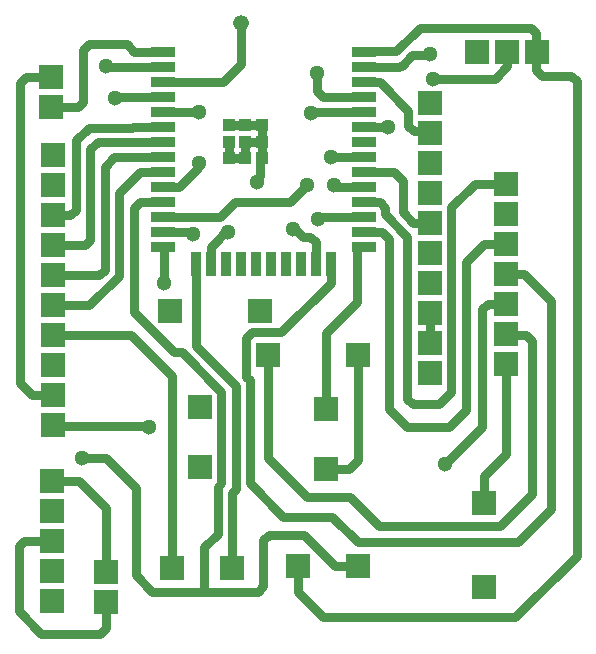
<source format=gtl>
G04*
G04 #@! TF.GenerationSoftware,Altium Limited,Altium Designer,23.1.1 (15)*
G04*
G04 Layer_Physical_Order=1*
G04 Layer_Color=255*
%FSLAX44Y44*%
%MOMM*%
G71*
G04*
G04 #@! TF.SameCoordinates,A58621D0-7F8E-4CF1-AD1D-3CF83AC58B01*
G04*
G04*
G04 #@! TF.FilePolarity,Positive*
G04*
G01*
G75*
%ADD16R,1.0500X1.0500*%
%ADD17R,0.8890X2.0066*%
%ADD18R,2.0066X0.8890*%
%ADD19R,2.0000X2.0000*%
%ADD20R,2.0320X2.0000*%
%ADD24C,0.8000*%
%ADD25C,1.5300*%
%ADD26C,1.3000*%
%ADD27C,1.3300*%
D16*
X736600Y1477010D02*
D03*
X750570D02*
D03*
X764540D02*
D03*
X736600Y1504950D02*
D03*
X750570D02*
D03*
X764540D02*
D03*
X736600Y1490980D02*
D03*
X750570D02*
D03*
X764540D02*
D03*
D17*
X822960Y1387555D02*
D03*
X810260D02*
D03*
X797560D02*
D03*
X784860D02*
D03*
X772160D02*
D03*
X759460D02*
D03*
X746760D02*
D03*
X734060D02*
D03*
X721360D02*
D03*
X708660D02*
D03*
D18*
X680810Y1567067D02*
D03*
Y1554367D02*
D03*
Y1541667D02*
D03*
Y1528967D02*
D03*
Y1516267D02*
D03*
Y1503567D02*
D03*
Y1490867D02*
D03*
Y1478167D02*
D03*
Y1465467D02*
D03*
Y1452767D02*
D03*
Y1440067D02*
D03*
Y1427367D02*
D03*
Y1414667D02*
D03*
Y1401967D02*
D03*
X850810Y1541667D02*
D03*
Y1528967D02*
D03*
Y1516267D02*
D03*
Y1503567D02*
D03*
Y1490867D02*
D03*
Y1478167D02*
D03*
Y1465467D02*
D03*
Y1452767D02*
D03*
Y1440067D02*
D03*
Y1427367D02*
D03*
Y1414667D02*
D03*
Y1401967D02*
D03*
Y1567067D02*
D03*
Y1554367D02*
D03*
X680810Y1567067D02*
D03*
Y1554367D02*
D03*
Y1541667D02*
D03*
Y1528967D02*
D03*
Y1516267D02*
D03*
Y1503567D02*
D03*
Y1490867D02*
D03*
Y1478167D02*
D03*
Y1465467D02*
D03*
Y1452767D02*
D03*
Y1440067D02*
D03*
Y1427367D02*
D03*
Y1414667D02*
D03*
Y1401967D02*
D03*
X850810Y1541667D02*
D03*
Y1528967D02*
D03*
Y1516267D02*
D03*
Y1503567D02*
D03*
Y1490867D02*
D03*
Y1478167D02*
D03*
Y1465467D02*
D03*
Y1452767D02*
D03*
Y1440067D02*
D03*
Y1427367D02*
D03*
Y1414667D02*
D03*
Y1401967D02*
D03*
Y1567067D02*
D03*
Y1554367D02*
D03*
X680810Y1567067D02*
D03*
Y1554367D02*
D03*
Y1541667D02*
D03*
Y1528967D02*
D03*
Y1516267D02*
D03*
Y1503567D02*
D03*
Y1490867D02*
D03*
Y1478167D02*
D03*
Y1465467D02*
D03*
Y1452767D02*
D03*
Y1440067D02*
D03*
Y1427367D02*
D03*
Y1414667D02*
D03*
Y1401967D02*
D03*
X850810Y1541667D02*
D03*
Y1528967D02*
D03*
Y1516267D02*
D03*
Y1503567D02*
D03*
Y1490867D02*
D03*
Y1478167D02*
D03*
Y1465467D02*
D03*
Y1452767D02*
D03*
Y1440067D02*
D03*
Y1427367D02*
D03*
Y1414667D02*
D03*
Y1401967D02*
D03*
Y1567067D02*
D03*
Y1554367D02*
D03*
D19*
X971390Y1429860D02*
D03*
Y1404460D02*
D03*
Y1379060D02*
D03*
Y1353660D02*
D03*
Y1328260D02*
D03*
X971224Y1302643D02*
D03*
X971390Y1455260D02*
D03*
X952660Y1113630D02*
D03*
Y1184750D02*
D03*
X818990Y1213960D02*
D03*
Y1264760D02*
D03*
X712310Y1266030D02*
D03*
Y1215230D02*
D03*
X845980Y1131410D02*
D03*
X795180D02*
D03*
X688500Y1130140D02*
D03*
X739300D02*
D03*
X632620Y1100930D02*
D03*
Y1126330D02*
D03*
X586900Y1204120D02*
D03*
Y1178720D02*
D03*
Y1153320D02*
D03*
X587053Y1127758D02*
D03*
X586900Y1102520D02*
D03*
X845660Y1310800D02*
D03*
X769460D02*
D03*
X686910Y1347630D02*
D03*
X763110D02*
D03*
X997110Y1567340D02*
D03*
X971710D02*
D03*
X946310D02*
D03*
X585630Y1520030D02*
D03*
Y1545430D02*
D03*
D20*
X588009Y1301910D02*
D03*
Y1327310D02*
D03*
Y1352710D02*
D03*
Y1378110D02*
D03*
Y1403510D02*
D03*
Y1428910D02*
D03*
Y1454310D02*
D03*
Y1479710D02*
D03*
Y1251110D02*
D03*
Y1276510D02*
D03*
X906780Y1498439D02*
D03*
Y1523839D02*
D03*
Y1295240D02*
D03*
Y1320639D02*
D03*
Y1346039D02*
D03*
Y1371440D02*
D03*
Y1396839D02*
D03*
Y1422240D02*
D03*
Y1447639D02*
D03*
Y1473039D02*
D03*
D24*
X850810Y1503567D02*
X871220D01*
X888620Y1504683D02*
X893306Y1499997D01*
X888620Y1504683D02*
Y1516949D01*
X905383Y1499997D02*
X906780Y1498600D01*
X893306Y1499997D02*
X905383D01*
X864157Y1541412D02*
X888620Y1516949D01*
X791210Y1417320D02*
X792563D01*
X799307Y1410576D02*
X805574D01*
X792563Y1417320D02*
X799307Y1410576D01*
X812059Y1425469D02*
X813412D01*
X815310Y1427367D01*
X850810D01*
X826772Y1454150D02*
X828155Y1452767D01*
X850810D01*
X825500Y1454150D02*
X826772D01*
X909400Y1544339D02*
X961877D01*
X971550Y1567180D02*
X972240Y1566490D01*
Y1554701D02*
Y1566490D01*
X961877Y1544339D02*
X972240Y1554701D01*
X850810Y1567067D02*
X851255Y1567512D01*
X880407Y1554367D02*
X881045Y1555005D01*
X898415Y1587500D02*
X992264D01*
X878428Y1567512D02*
X898415Y1587500D01*
X881045Y1555005D02*
X882891D01*
X851255Y1567512D02*
X878428D01*
X892007Y1564121D02*
X905797D01*
X882891Y1555005D02*
X892007Y1564121D01*
X905797D02*
X906696Y1565020D01*
X805574Y1410576D02*
X810260Y1405890D01*
X704767Y1413122D02*
X706120D01*
X703222Y1414667D02*
X704767Y1413122D01*
X680810Y1414667D02*
X703222D01*
X681065Y1427622D02*
X728936D01*
X741384Y1440069D01*
X680810Y1427367D02*
X681065Y1427622D01*
X788559Y1440069D02*
X802640Y1454150D01*
X710243Y1469109D02*
Y1472243D01*
X759988Y1457220D02*
Y1458573D01*
X710243Y1472243D02*
X711200Y1473200D01*
X741384Y1440069D02*
X788559D01*
X681065Y1453022D02*
X694157D01*
X763290Y1475760D02*
X764540Y1477010D01*
X680810Y1452767D02*
X681065Y1453022D01*
X763290Y1461875D02*
Y1475760D01*
X759988Y1458573D02*
X763290Y1461875D01*
X694157Y1453022D02*
X710243Y1469109D01*
X613410Y1524876D02*
Y1568844D01*
X618096Y1573530D01*
X650077D01*
X656540Y1567067D01*
X632460Y1555430D02*
X633268Y1554622D01*
X680555D01*
X680810Y1554367D01*
X656540Y1567067D02*
X680810D01*
X585470Y1520190D02*
X608724D01*
X613410Y1524876D01*
X924940Y1308553D02*
Y1435480D01*
Y1278876D02*
Y1308553D01*
X845312Y1355344D02*
Y1401967D01*
X887730Y1273416D02*
Y1410509D01*
Y1273416D02*
X892416Y1268730D01*
X914794D02*
X924940Y1278876D01*
X892416Y1268730D02*
X914794D01*
X872490Y1264920D02*
X887730Y1249680D01*
X923290D02*
X937260Y1263650D01*
Y1389380D02*
X952500Y1404620D01*
X937260Y1263650D02*
Y1389380D01*
X924940Y1435480D02*
X944880Y1455420D01*
X955916Y1353820D02*
X971550D01*
X951230Y1349134D02*
X955916Y1353820D01*
X951230Y1249680D02*
Y1349134D01*
X919480Y1217930D02*
X951230Y1249680D01*
X839470Y1189990D02*
X863600Y1165860D01*
X769620Y1223010D02*
X802640Y1189990D01*
X839470D01*
X824230Y1173480D02*
X845820Y1151890D01*
X754310Y1201727D02*
X782557Y1173480D01*
X824230D01*
X781050Y1329690D02*
X822960Y1371600D01*
X776484Y1329690D02*
X781050D01*
X756146Y1329630D02*
X776424D01*
X776484Y1329690D01*
X751460Y1324944D02*
X756146Y1329630D01*
X751460Y1292135D02*
Y1324944D01*
X823016Y1478224D02*
X850754D01*
X850810Y1478167D01*
X822960Y1478280D02*
X823016Y1478224D01*
X972947Y1327023D02*
X988454D01*
X971550Y1328420D02*
X972947Y1327023D01*
X850810Y1554367D02*
X880407D01*
X996950Y1551546D02*
Y1559478D01*
X995807Y1566037D02*
X996950Y1567180D01*
Y1551546D02*
X1001636Y1546860D01*
X996950Y1567180D02*
Y1582814D01*
X1031240Y1140460D02*
Y1542174D01*
X1026554Y1546860D02*
X1031240Y1542174D01*
X1001636Y1546860D02*
X1026554D01*
X995807Y1560621D02*
Y1566037D01*
Y1560621D02*
X996950Y1559478D01*
X992264Y1587500D02*
X996950Y1582814D01*
X735193Y1413373D02*
X736092Y1414272D01*
X732653Y1413373D02*
X735193D01*
X726459Y1407179D02*
X732653Y1413373D01*
X726459Y1407073D02*
Y1407179D01*
X721615Y1387810D02*
Y1402229D01*
X726459Y1407073D01*
X721360Y1387555D02*
X721615Y1387810D01*
X727140Y1158940D02*
Y1198746D01*
X715886Y1109980D02*
Y1147686D01*
X727140Y1158940D01*
Y1198746D02*
X730310Y1201916D01*
X742310Y1196945D02*
Y1284314D01*
X708660Y1317964D02*
X742310Y1284314D01*
X751460Y1292135D02*
X754310Y1289285D01*
Y1201727D02*
Y1289285D01*
X696664Y1312990D02*
X730310Y1279344D01*
X739140Y1193776D02*
X742310Y1196945D01*
X730310Y1201916D02*
Y1279344D01*
X708660Y1317964D02*
Y1387555D01*
X690236Y1312990D02*
X696664D01*
X656590Y1346636D02*
X690236Y1312990D01*
X868843Y1429397D02*
X887730Y1410509D01*
X863600Y1165860D02*
X966470D01*
X993140Y1192530D01*
X845820Y1151890D02*
X981710D01*
X1009650Y1179830D01*
X739140Y1130300D02*
Y1193776D01*
X822960Y1371600D02*
Y1387555D01*
X656590Y1346636D02*
Y1435126D01*
X661276Y1439812D01*
X680555D01*
X688340Y1130300D02*
Y1292860D01*
X588010Y1327150D02*
X654050D01*
X688340Y1292860D01*
X643320Y1447230D02*
X661557Y1465467D01*
X588010Y1377950D02*
X626634D01*
X631320Y1469801D02*
X639686Y1478167D01*
X619320Y1408036D02*
Y1484471D01*
X626634Y1377950D02*
X631320Y1382636D01*
X607060Y1433436D02*
Y1492250D01*
X588010Y1428750D02*
X602374D01*
X631320Y1382636D02*
Y1469801D01*
X619320Y1484471D02*
X625716Y1490867D01*
X618204Y1352550D02*
X643320Y1377666D01*
Y1447230D01*
X614634Y1403350D02*
X619320Y1408036D01*
X602374Y1428750D02*
X607060Y1433436D01*
X588010Y1403350D02*
X614634D01*
X607060Y1492250D02*
X617728Y1502918D01*
X731687Y1541667D02*
X746760Y1556741D01*
Y1591310D01*
X642509Y1528967D02*
X680810D01*
X641352Y1527810D02*
X642509Y1528967D01*
X640080Y1527810D02*
X641352D01*
X588645Y1250315D02*
X668655D01*
X588010Y1250950D02*
X588645Y1250315D01*
X668655D02*
X669290Y1249680D01*
X887730D02*
X923290D01*
X872490Y1264920D02*
Y1408684D01*
X1009650Y1179830D02*
Y1356360D01*
X655348Y1503567D02*
X680810D01*
X654699Y1502918D02*
X655348Y1503567D01*
X661557Y1465467D02*
X680810D01*
X639686Y1478167D02*
X680810D01*
X617728Y1502918D02*
X654699D01*
X625716Y1490867D02*
X680810D01*
X810260Y1387555D02*
Y1405890D01*
X680810Y1401967D02*
X680955D01*
X681400Y1370920D02*
Y1401522D01*
X680955Y1401967D02*
X681400Y1401522D01*
X808879Y1516267D02*
X850810D01*
X806450Y1515110D02*
X807722D01*
X808879Y1516267D01*
X811530Y1533654D02*
X816216Y1528967D01*
X850810D01*
X811530Y1533654D02*
Y1549400D01*
X680810Y1516267D02*
X711454D01*
X588010Y1352550D02*
X618204D01*
X680555Y1439812D02*
X680810Y1440067D01*
X850810Y1541667D02*
X851065Y1541412D01*
X864157D01*
X979170Y1088390D02*
X1031240Y1140460D01*
X816610Y1088390D02*
X979170D01*
X770496Y1158240D02*
X800100D01*
X765810Y1153554D02*
X770496Y1158240D01*
X826770Y1131570D02*
X843280D01*
X800100Y1158240D02*
X826770Y1131570D01*
X765810Y1114666D02*
Y1153554D01*
X715886Y1109980D02*
X761124D01*
X765810Y1114666D01*
X993140Y1192530D02*
Y1322337D01*
X864157Y1439812D02*
X868843Y1435126D01*
Y1429397D02*
Y1435126D01*
X892810Y1422400D02*
X906780D01*
X883920Y1431290D02*
X892810Y1422400D01*
X883920Y1431290D02*
Y1457960D01*
X876668Y1465212D02*
X883920Y1457960D01*
X851065Y1465212D02*
X876668D01*
X851065Y1439812D02*
X864157D01*
X866507Y1414667D02*
X872490Y1408684D01*
X850810Y1414667D02*
X866507D01*
X850810Y1465467D02*
X851065Y1465212D01*
X850810Y1440067D02*
X851065Y1439812D01*
X769620Y1223010D02*
Y1310640D01*
X952500Y1207770D02*
X971550Y1226820D01*
X952500Y1184910D02*
Y1207770D01*
X971550Y1226820D02*
Y1303020D01*
X988454Y1327023D02*
X993140Y1322337D01*
X986790Y1379220D02*
X1009650Y1356360D01*
X838200Y1214120D02*
X845820Y1221740D01*
X819150Y1214120D02*
X838200D01*
X845820Y1221740D02*
Y1310640D01*
X564756Y1545590D02*
X585470D01*
X560070Y1540904D02*
X564756Y1545590D01*
X560070Y1286510D02*
X570230Y1276350D01*
X560070Y1286510D02*
Y1540904D01*
X627774Y1074420D02*
X632460Y1079106D01*
X558800Y1093470D02*
X577850Y1074420D01*
X627774D01*
X632460Y1079106D02*
Y1101090D01*
X558800Y1093470D02*
Y1148474D01*
X563486Y1153160D02*
X586740D01*
X558800Y1148474D02*
X563486Y1153160D01*
X632460Y1126490D02*
Y1181100D01*
X586740Y1203960D02*
X609600D01*
X632460Y1181100D01*
X657860Y1123950D02*
Y1197610D01*
X612140Y1223010D02*
X632460D01*
X657860Y1197610D01*
Y1123950D02*
X671830Y1109980D01*
X715886D01*
X795020D02*
X816610Y1088390D01*
X795020Y1109980D02*
Y1131570D01*
X944880Y1455420D02*
X971550D01*
X952500Y1404620D02*
X971550D01*
Y1379220D02*
X986790D01*
X570230Y1276350D02*
X588010D01*
X680810Y1541667D02*
X731687D01*
X845312Y1401967D02*
X850810D01*
X819150Y1329182D02*
X845312Y1355344D01*
X819150Y1264920D02*
Y1329182D01*
X750570Y1504950D02*
X764540D01*
X736600D02*
X750570D01*
X736600Y1477010D02*
Y1490980D01*
X764540D02*
Y1504950D01*
Y1477010D02*
Y1490980D01*
X750570D02*
X764540D01*
X736600Y1477010D02*
X750570D01*
Y1490980D01*
X906780Y1320800D02*
Y1346200D01*
D25*
X971550Y1455420D02*
D03*
Y1430020D02*
D03*
Y1404620D02*
D03*
Y1379220D02*
D03*
Y1353820D02*
D03*
Y1328420D02*
D03*
Y1303020D02*
D03*
X952500Y1184910D02*
D03*
Y1113790D02*
D03*
X819150Y1214120D02*
D03*
Y1264920D02*
D03*
X712470Y1266190D02*
D03*
Y1215390D02*
D03*
X845820Y1131570D02*
D03*
X795020D02*
D03*
X688340Y1130300D02*
D03*
X739140D02*
D03*
X632460Y1101090D02*
D03*
Y1126490D02*
D03*
X586740Y1102360D02*
D03*
Y1127760D02*
D03*
Y1153160D02*
D03*
Y1178560D02*
D03*
Y1203960D02*
D03*
X588010Y1250950D02*
D03*
Y1276350D02*
D03*
Y1479550D02*
D03*
Y1454150D02*
D03*
Y1428750D02*
D03*
Y1403350D02*
D03*
Y1377950D02*
D03*
Y1352550D02*
D03*
Y1327150D02*
D03*
Y1301750D02*
D03*
X906780Y1473200D02*
D03*
Y1447800D02*
D03*
Y1422400D02*
D03*
Y1397000D02*
D03*
Y1371600D02*
D03*
Y1346200D02*
D03*
Y1320800D02*
D03*
Y1295400D02*
D03*
Y1498600D02*
D03*
Y1524000D02*
D03*
X845820Y1310640D02*
D03*
X769620D02*
D03*
X687070Y1347470D02*
D03*
X763270D02*
D03*
X996950Y1567180D02*
D03*
X971550D02*
D03*
X946150D02*
D03*
X585470Y1520190D02*
D03*
Y1545590D02*
D03*
D26*
X871220Y1503567D02*
D03*
X791210Y1417320D02*
D03*
X812059Y1425469D02*
D03*
X825500Y1454150D02*
D03*
X909400Y1544339D02*
D03*
X706120Y1413122D02*
D03*
X759988Y1457220D02*
D03*
X632460Y1555430D02*
D03*
X612140Y1223010D02*
D03*
X802640Y1454150D02*
D03*
X822960Y1478280D02*
D03*
X906696Y1565020D02*
D03*
X681400Y1370920D02*
D03*
X640080Y1527810D02*
D03*
X711200Y1473200D02*
D03*
X919480Y1217930D02*
D03*
X669290Y1249680D02*
D03*
X806450Y1515110D02*
D03*
X811530Y1549400D02*
D03*
X711454Y1516267D02*
D03*
X736092Y1414272D02*
D03*
D27*
X746760Y1591310D02*
D03*
M02*

</source>
